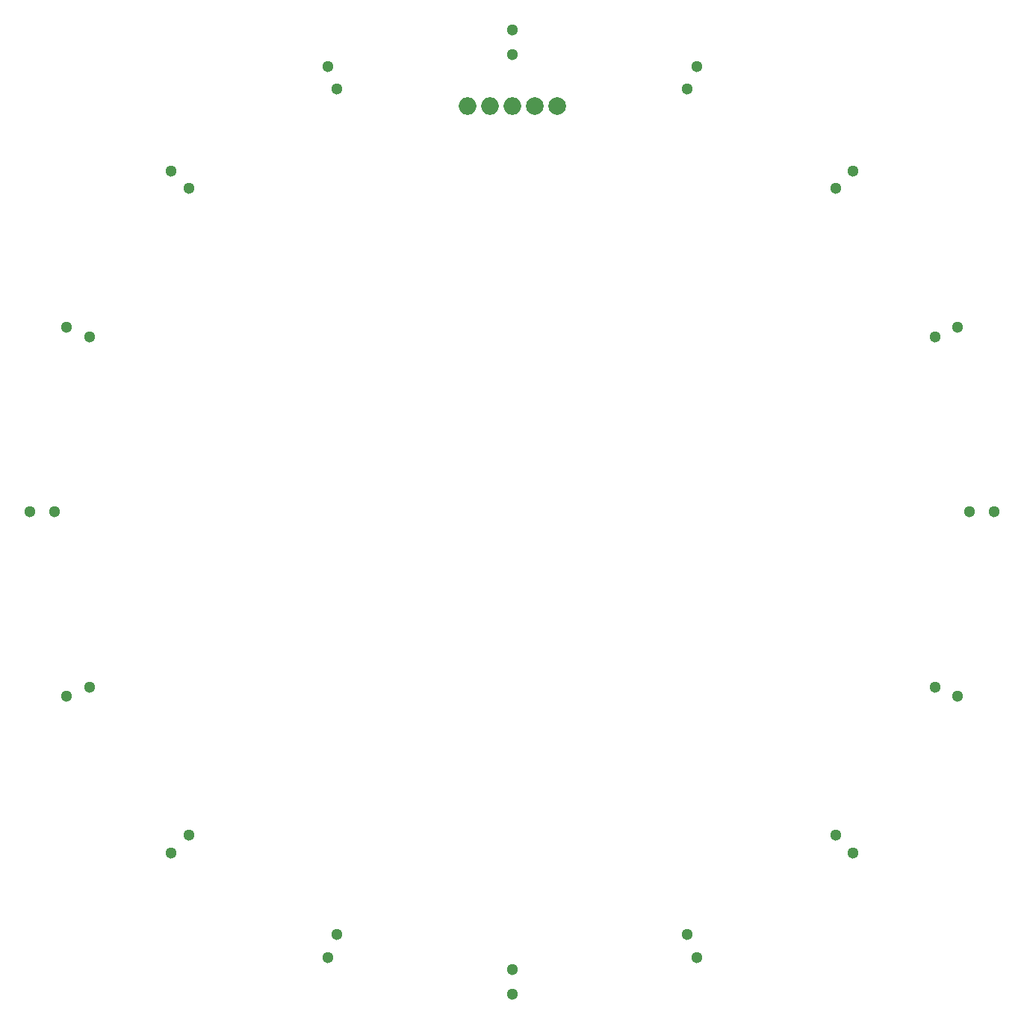
<source format=gbr>
%TF.GenerationSoftware,KiCad,Pcbnew,8.0.1*%
%TF.CreationDate,2024-11-03T00:49:44+09:00*%
%TF.ProjectId,NeoPixel-20240808,4e656f50-6978-4656-9c2d-323032343038,rev?*%
%TF.SameCoordinates,Original*%
%TF.FileFunction,Soldermask,Bot*%
%TF.FilePolarity,Negative*%
%FSLAX46Y46*%
G04 Gerber Fmt 4.6, Leading zero omitted, Abs format (unit mm)*
G04 Created by KiCad (PCBNEW 8.0.1) date 2024-11-03 00:49:44*
%MOMM*%
%LPD*%
G01*
G04 APERTURE LIST*
%ADD10O,2.000000X2.000000*%
%ADD11C,2.000000*%
%ADD12C,1.300000*%
G04 APERTURE END LIST*
D10*
%TO.C,J1*%
X-5080000Y46000000D03*
X-2540000Y46000000D03*
X0Y46000000D03*
D11*
X2540000Y46000000D03*
X5080000Y46000000D03*
%TD*%
D12*
%TO.C,D16*%
X20913649Y50490016D03*
X19842135Y47903154D03*
%TD*%
%TO.C,D15*%
X38643385Y38643385D03*
X36663487Y36663487D03*
%TD*%
%TO.C,D14*%
X50490016Y20913649D03*
X47903154Y19842135D03*
%TD*%
%TO.C,D13*%
X54650000Y0D03*
X51850000Y0D03*
%TD*%
%TO.C,D12*%
X50490016Y-20913649D03*
X47903154Y-19842135D03*
%TD*%
%TO.C,D11*%
X38643385Y-38643385D03*
X36663487Y-36663487D03*
%TD*%
%TO.C,D10*%
X20913649Y-50490016D03*
X19842135Y-47903154D03*
%TD*%
%TO.C,D9*%
X0Y-54650000D03*
X0Y-51850000D03*
%TD*%
%TO.C,D8*%
X-20913649Y-50490016D03*
X-19842135Y-47903154D03*
%TD*%
%TO.C,D7*%
X-38643385Y-38643385D03*
X-36663487Y-36663487D03*
%TD*%
%TO.C,D6*%
X-50490016Y-20913649D03*
X-47903154Y-19842135D03*
%TD*%
%TO.C,D5*%
X-54650000Y0D03*
X-51850000Y0D03*
%TD*%
%TO.C,D4*%
X-50490016Y20913649D03*
X-47903154Y19842135D03*
%TD*%
%TO.C,D3*%
X-38643385Y38643385D03*
X-36663487Y36663487D03*
%TD*%
%TO.C,D2*%
X-20913649Y50490016D03*
X-19842135Y47903154D03*
%TD*%
%TO.C,D1*%
X0Y54650000D03*
X0Y51850000D03*
%TD*%
M02*

</source>
